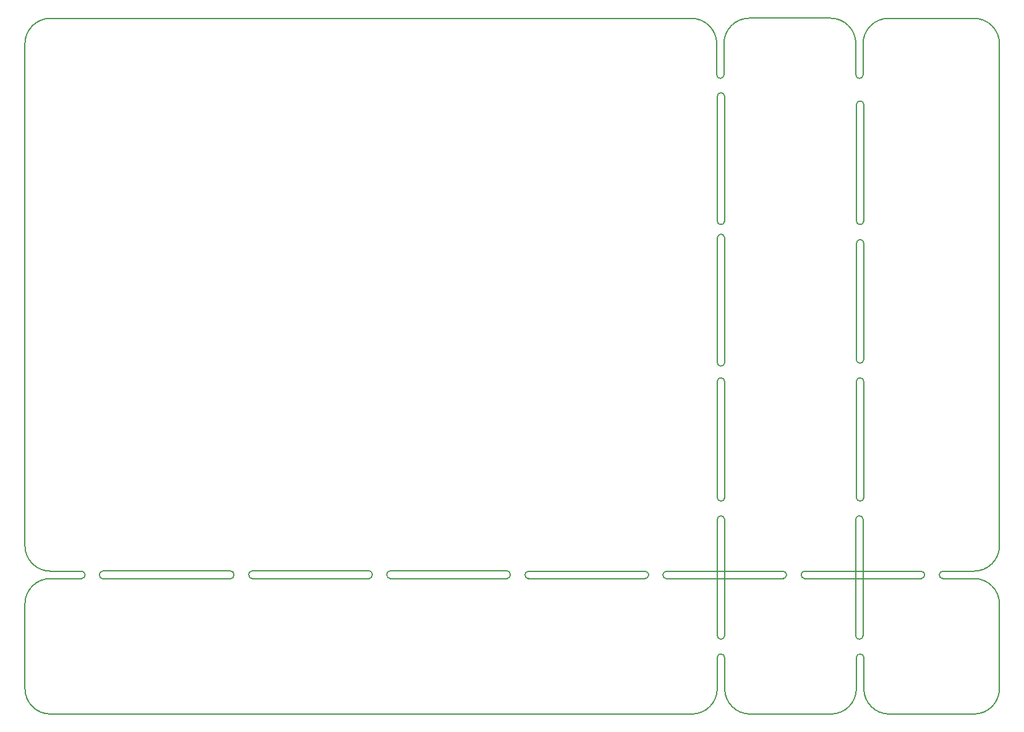
<source format=gbr>
G04 #@! TF.GenerationSoftware,KiCad,Pcbnew,(5.0.0)*
G04 #@! TF.CreationDate,2018-09-21T23:36:36+03:00*
G04 #@! TF.ProjectId,PROJECT,50524F4A4543542E6B696361645F7063,rev?*
G04 #@! TF.SameCoordinates,Original*
G04 #@! TF.FileFunction,Profile,NP*
%FSLAX46Y46*%
G04 Gerber Fmt 4.6, Leading zero omitted, Abs format (unit mm)*
G04 Created by KiCad (PCBNEW (5.0.0)) date 09/21/18 23:36:36*
%MOMM*%
%LPD*%
G01*
G04 APERTURE LIST*
%ADD10C,0.150000*%
G04 APERTURE END LIST*
D10*
X47572718Y-119835718D02*
G75*
G03X51054000Y-123317000I3481282J0D01*
G01*
X51054000Y-124333000D02*
G75*
G03X47572718Y-127814282I0J-3481282D01*
G01*
X51028600Y-123317000D02*
X55346600Y-123317000D01*
X47574200Y-127812800D02*
X47574200Y-139446000D01*
X51028600Y-124333000D02*
X55321200Y-124333000D01*
X165785800Y-47548800D02*
X177546000Y-47548800D01*
X162331400Y-51028600D02*
X162331400Y-55295800D01*
X161340800Y-51003200D02*
X161340800Y-55295800D01*
X146761200Y-47523400D02*
X157861000Y-47523400D01*
X143281400Y-51003200D02*
X143281400Y-55295800D01*
X142290800Y-51028600D02*
X142290800Y-55295800D01*
X51054000Y-47548800D02*
X138836400Y-47548800D01*
X47574200Y-119837200D02*
X47574200Y-51028600D01*
X51054000Y-142900400D02*
X138887200Y-142900400D01*
X142367000Y-139420600D02*
X142367000Y-135128000D01*
X143383000Y-139446000D02*
X143383000Y-135178800D01*
X157937200Y-142900400D02*
X146862800Y-142900400D01*
X161417000Y-139420600D02*
X161417000Y-135128000D01*
X162433000Y-139446000D02*
X162433000Y-135128000D01*
X177520600Y-142900400D02*
X165887400Y-142900400D01*
X181000400Y-127838200D02*
X181000400Y-139420600D01*
X177520600Y-124333000D02*
X173253400Y-124333000D01*
X177520600Y-123317000D02*
X173253400Y-123317000D01*
X181000400Y-51028600D02*
X181000400Y-119837200D01*
X138809518Y-47547318D02*
G75*
G02X142290800Y-51028600I0J-3481282D01*
G01*
X143279918Y-51004682D02*
G75*
G02X146761200Y-47523400I3481282J0D01*
G01*
X157859518Y-47521918D02*
G75*
G02X161340800Y-51003200I0J-3481282D01*
G01*
X162329918Y-51030082D02*
G75*
G02X165811200Y-47548800I3481282J0D01*
G01*
X181001882Y-119835718D02*
G75*
G02X177520600Y-123317000I-3481282J0D01*
G01*
X181001882Y-127814282D02*
G75*
G03X177520600Y-124333000I-3481282J0D01*
G01*
X157935718Y-142901882D02*
G75*
G03X161417000Y-139420600I0J3481282D01*
G01*
X165914282Y-142901882D02*
G75*
G02X162433000Y-139420600I0J3481282D01*
G01*
X146864282Y-142901882D02*
G75*
G02X143383000Y-139420600I0J3481282D01*
G01*
X142368482Y-139419118D02*
G75*
G02X138887200Y-142900400I-3481282J0D01*
G01*
X47574200Y-51028600D02*
G75*
G02X51055482Y-47547318I3481282J0D01*
G01*
X177520600Y-47548800D02*
G75*
G02X181001882Y-51030082I0J-3481282D01*
G01*
X181000400Y-139420600D02*
G75*
G02X177519118Y-142901882I-3481282J0D01*
G01*
X51054000Y-142900400D02*
G75*
G02X47572718Y-139419118I0J3481282D01*
G01*
X59750960Y-123296680D02*
X58242200Y-123296680D01*
X59756040Y-124383800D02*
X58262520Y-124383800D01*
X59748080Y-123296680D02*
X75712520Y-123276360D01*
X76199280Y-123807600D02*
G75*
G02X75714520Y-124363480I-520320J-35560D01*
G01*
X57758240Y-123852560D02*
G75*
G02X58243000Y-123296680I520320J35560D01*
G01*
X58270560Y-124380880D02*
G75*
G02X57755320Y-123825000I20320J535560D01*
G01*
X75684040Y-123271280D02*
G75*
G02X76199280Y-123827160I-20320J-535560D01*
G01*
X59753160Y-124383800D02*
X75717600Y-124363480D01*
X95143080Y-123777120D02*
G75*
G02X94658320Y-124333000I-520320J-35560D01*
G01*
X94627840Y-123240800D02*
G75*
G02X95143080Y-123796680I-20320J-535560D01*
G01*
X78691880Y-123266200D02*
X94656320Y-123245880D01*
X78696960Y-124353320D02*
X94661400Y-124333000D01*
X78714360Y-124350400D02*
G75*
G02X78199120Y-123794520I20320J535560D01*
G01*
X78202040Y-123822080D02*
G75*
G02X78686800Y-123266200I520320J35560D01*
G01*
X113527840Y-123240800D02*
G75*
G02X114043080Y-123796680I-20320J-535560D01*
G01*
X114043080Y-123777120D02*
G75*
G02X113558320Y-124333000I-520320J-35560D01*
G01*
X97591880Y-123266200D02*
X113556320Y-123245880D01*
X97596960Y-124353320D02*
X113561400Y-124333000D01*
X97614360Y-124350400D02*
G75*
G02X97099120Y-123794520I20320J535560D01*
G01*
X97102040Y-123822080D02*
G75*
G02X97586800Y-123266200I520320J35560D01*
G01*
X132967940Y-123851720D02*
G75*
G02X132452700Y-124336480I-500000J15240D01*
G01*
X116493880Y-123328100D02*
X132478640Y-123328100D01*
X116017040Y-123845320D02*
G75*
G02X116501800Y-123330080I500000J15240D01*
G01*
X132484240Y-123332240D02*
G75*
G02X132969000Y-123817000I0J-484760D01*
G01*
X116532280Y-124335160D02*
G75*
G02X116017040Y-123819920I0J515240D01*
G01*
X116503500Y-124336480D02*
X132488260Y-124336480D01*
X151847780Y-123841560D02*
G75*
G02X151352860Y-124326320I-489840J5080D01*
G01*
X135383880Y-123337320D02*
X151378800Y-123327160D01*
X134907400Y-123852560D02*
G75*
G02X135412480Y-123337320I510160J5080D01*
G01*
X151343360Y-123327160D02*
G75*
G02X151848440Y-123811920I10160J-494920D01*
G01*
X135399400Y-124335160D02*
G75*
G02X134904480Y-123819920I10160J505080D01*
G01*
X135393500Y-124336480D02*
X151388420Y-124326320D01*
X154303500Y-124336480D02*
X170303500Y-124336480D01*
X154339600Y-124336100D02*
G75*
G02X153839600Y-123836100I0J500000D01*
G01*
X154293880Y-123328100D02*
X170293880Y-123328100D01*
X170767940Y-123836480D02*
G75*
G02X170267940Y-124336480I-500000J0D01*
G01*
X153839600Y-123828100D02*
G75*
G02X154339600Y-123328100I500000J0D01*
G01*
X170267940Y-123328480D02*
G75*
G02X170767940Y-123828480I0J-500000D01*
G01*
X142780640Y-55783100D02*
G75*
G02X142280640Y-55283100I0J500000D01*
G01*
X143288640Y-55283100D02*
G75*
G02X142788640Y-55783100I-500000J0D01*
G01*
X161838260Y-55785640D02*
G75*
G02X161338260Y-55285640I0J500000D01*
G01*
X162346260Y-55285640D02*
G75*
G02X161846260Y-55785640I-500000J0D01*
G01*
X143375380Y-78729320D02*
X143380460Y-77614260D01*
X142367000Y-78742020D02*
X142372080Y-77639660D01*
X142869920Y-77126580D02*
G75*
G02X143380080Y-77606260I15240J-494920D01*
G01*
X143375380Y-78733600D02*
X143370300Y-94718360D01*
X142851760Y-95212740D02*
G75*
G02X142361920Y-94692420I15240J505080D01*
G01*
X143367760Y-94733200D02*
G75*
G02X142877920Y-95212880I-484760J5080D01*
G01*
X142367000Y-78743220D02*
X142361920Y-94727980D01*
X142375000Y-77644880D02*
G75*
G02X142885160Y-77124560I515240J5080D01*
G01*
X142367000Y-58251420D02*
G75*
G02X142867000Y-57731100I510160J10160D01*
G01*
X142367000Y-59343220D02*
X142356840Y-75333060D01*
X143364840Y-75338280D02*
G75*
G02X142864840Y-75817960I-489840J10160D01*
G01*
X142856840Y-75817820D02*
G75*
G02X142356840Y-75297500I10160J510160D01*
G01*
X143375380Y-59333600D02*
X143365220Y-75323440D01*
X142875000Y-57731660D02*
G75*
G02X143375000Y-58211340I10160J-489840D01*
G01*
X142367000Y-59342020D02*
X142367000Y-58244740D01*
X143375380Y-59329320D02*
X143375380Y-58219340D01*
X143375000Y-113235980D02*
G75*
G02X142875000Y-113735980I-500000J0D01*
G01*
X142875380Y-96807640D02*
G75*
G02X143375380Y-97307640I0J-500000D01*
G01*
X142867000Y-113735980D02*
G75*
G02X142367000Y-113235980I0J500000D01*
G01*
X142367380Y-97307640D02*
G75*
G02X142867380Y-96807640I500000J0D01*
G01*
X143375380Y-97261920D02*
X143375380Y-113261920D01*
X142367000Y-97271540D02*
X142367000Y-113271540D01*
X143375380Y-116181720D02*
X143375380Y-132181720D01*
X143375000Y-132155780D02*
G75*
G02X142875000Y-132655780I-500000J0D01*
G01*
X142875380Y-115727440D02*
G75*
G02X143375380Y-116227440I0J-500000D01*
G01*
X142867000Y-132655780D02*
G75*
G02X142367000Y-132155780I0J500000D01*
G01*
X142367380Y-116227440D02*
G75*
G02X142867380Y-115727440I500000J0D01*
G01*
X142367000Y-116191340D02*
X142367000Y-132191340D01*
X162425380Y-59333600D02*
X162415220Y-75323440D01*
X162425380Y-78332800D02*
X162415220Y-94322640D01*
X161925000Y-58866000D02*
G75*
G02X162425000Y-59345680I10160J-489840D01*
G01*
X161417000Y-78342420D02*
X161406840Y-94332260D01*
X162425000Y-113235980D02*
G75*
G02X161925000Y-113735980I-500000J0D01*
G01*
X161906840Y-75817820D02*
G75*
G02X161406840Y-75297500I10160J510160D01*
G01*
X162414840Y-75338280D02*
G75*
G02X161914840Y-75817960I-489840J10160D01*
G01*
X161417000Y-59343220D02*
X161406840Y-75333060D01*
X161417000Y-59389240D02*
G75*
G02X161917000Y-58868920I510160J10160D01*
G01*
X161925000Y-77865200D02*
G75*
G02X162425000Y-78344880I10160J-489840D01*
G01*
X161417000Y-97271540D02*
X161417000Y-113271540D01*
X161925380Y-96807640D02*
G75*
G02X162425380Y-97307640I0J-500000D01*
G01*
X162414840Y-94337480D02*
G75*
G02X161914840Y-94817160I-489840J10160D01*
G01*
X161417380Y-97307640D02*
G75*
G02X161917380Y-96807640I500000J0D01*
G01*
X161906840Y-94817020D02*
G75*
G02X161406840Y-94296700I10160J510160D01*
G01*
X161917000Y-113735980D02*
G75*
G02X161417000Y-113235980I0J500000D01*
G01*
X162425380Y-97261920D02*
X162425380Y-113261920D01*
X162323400Y-132155780D02*
G75*
G02X161823400Y-132655780I-500000J0D01*
G01*
X161823780Y-115727440D02*
G75*
G02X162323780Y-116227440I0J-500000D01*
G01*
X161417000Y-78388440D02*
G75*
G02X161917000Y-77868120I510160J10160D01*
G01*
X161815400Y-132655780D02*
G75*
G02X161315400Y-132155780I0J500000D01*
G01*
X162323780Y-116181720D02*
X162323780Y-132181720D01*
X161315780Y-116227440D02*
G75*
G02X161815780Y-115727440I500000J0D01*
G01*
X161315400Y-116191340D02*
X161315400Y-132191340D01*
X172758480Y-123827160D02*
G75*
G02X173258480Y-123327160I500000J0D01*
G01*
X173258480Y-124335160D02*
G75*
G02X172758480Y-123835160I0J500000D01*
G01*
X55316120Y-123325000D02*
G75*
G02X55816120Y-123825000I0J-500000D01*
G01*
X55816120Y-123833000D02*
G75*
G02X55316120Y-124333000I-500000J0D01*
G01*
X142362300Y-135153400D02*
G75*
G02X142862300Y-134653400I500000J0D01*
G01*
X142870300Y-134653400D02*
G75*
G02X143370300Y-135153400I0J-500000D01*
G01*
X161419920Y-135155940D02*
G75*
G02X161919920Y-134655940I500000J0D01*
G01*
X161927920Y-134655940D02*
G75*
G02X162427920Y-135155940I0J-500000D01*
G01*
M02*

</source>
